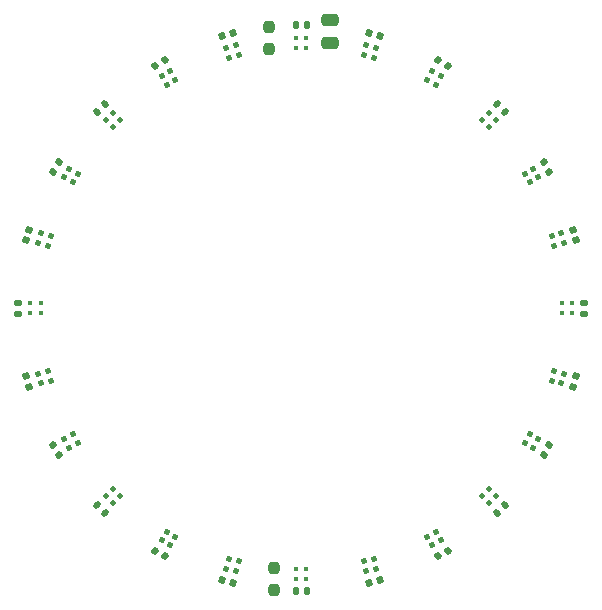
<source format=gtp>
G04 #@! TF.GenerationSoftware,KiCad,Pcbnew,7.0.2-6a45011f42~172~ubuntu22.04.1*
G04 #@! TF.CreationDate,2023-05-13T10:54:30-06:00*
G04 #@! TF.ProjectId,ring-50mm,72696e67-2d35-4306-9d6d-2e6b69636164,rev?*
G04 #@! TF.SameCoordinates,Original*
G04 #@! TF.FileFunction,Paste,Top*
G04 #@! TF.FilePolarity,Positive*
%FSLAX46Y46*%
G04 Gerber Fmt 4.6, Leading zero omitted, Abs format (unit mm)*
G04 Created by KiCad (PCBNEW 7.0.2-6a45011f42~172~ubuntu22.04.1) date 2023-05-13 10:54:30*
%MOMM*%
%LPD*%
G01*
G04 APERTURE LIST*
G04 Aperture macros list*
%AMRoundRect*
0 Rectangle with rounded corners*
0 $1 Rounding radius*
0 $2 $3 $4 $5 $6 $7 $8 $9 X,Y pos of 4 corners*
0 Add a 4 corners polygon primitive as box body*
4,1,4,$2,$3,$4,$5,$6,$7,$8,$9,$2,$3,0*
0 Add four circle primitives for the rounded corners*
1,1,$1+$1,$2,$3*
1,1,$1+$1,$4,$5*
1,1,$1+$1,$6,$7*
1,1,$1+$1,$8,$9*
0 Add four rect primitives between the rounded corners*
20,1,$1+$1,$2,$3,$4,$5,0*
20,1,$1+$1,$4,$5,$6,$7,0*
20,1,$1+$1,$6,$7,$8,$9,0*
20,1,$1+$1,$8,$9,$2,$3,0*%
%AMRotRect*
0 Rectangle, with rotation*
0 The origin of the aperture is its center*
0 $1 length*
0 $2 width*
0 $3 Rotation angle, in degrees counterclockwise*
0 Add horizontal line*
21,1,$1,$2,0,0,$3*%
G04 Aperture macros list end*
%ADD10RotRect,0.450000X0.450000X240.000000*%
%ADD11RoundRect,0.140000X0.219203X0.021213X0.021213X0.219203X-0.219203X-0.021213X-0.021213X-0.219203X0*%
%ADD12RoundRect,0.140000X-0.217224X0.036244X-0.077224X-0.206244X0.217224X-0.036244X0.077224X0.206244X0*%
%ADD13RotRect,0.450000X0.450000X75.000000*%
%ADD14RoundRect,0.140000X-0.140000X-0.170000X0.140000X-0.170000X0.140000X0.170000X-0.140000X0.170000X0*%
%ADD15RotRect,0.450000X0.450000X135.000000*%
%ADD16RotRect,0.450000X0.450000X225.000000*%
%ADD17RotRect,0.450000X0.450000X45.000000*%
%ADD18RotRect,0.450000X0.450000X210.000000*%
%ADD19RoundRect,0.140000X0.217224X-0.036244X0.077224X0.206244X-0.217224X0.036244X-0.077224X-0.206244X0*%
%ADD20RoundRect,0.250000X0.475000X-0.250000X0.475000X0.250000X-0.475000X0.250000X-0.475000X-0.250000X0*%
%ADD21RoundRect,0.140000X-0.077224X0.206244X-0.217224X-0.036244X0.077224X-0.206244X0.217224X0.036244X0*%
%ADD22RoundRect,0.140000X0.091230X0.200442X-0.179229X0.127973X-0.091230X-0.200442X0.179229X-0.127973X0*%
%ADD23RotRect,0.450000X0.450000X285.000000*%
%ADD24RoundRect,0.140000X0.179229X0.127973X-0.091230X0.200442X-0.179229X-0.127973X0.091230X-0.200442X0*%
%ADD25RotRect,0.450000X0.450000X60.000000*%
%ADD26RotRect,0.450000X0.450000X105.000000*%
%ADD27RoundRect,0.140000X-0.206244X-0.077224X0.036244X-0.217224X0.206244X0.077224X-0.036244X0.217224X0*%
%ADD28RoundRect,0.140000X0.077224X-0.206244X0.217224X0.036244X-0.077224X0.206244X-0.217224X-0.036244X0*%
%ADD29RotRect,0.450000X0.450000X30.000000*%
%ADD30RoundRect,0.140000X0.036244X0.217224X-0.206244X0.077224X-0.036244X-0.217224X0.206244X-0.077224X0*%
%ADD31RoundRect,0.140000X-0.036244X-0.217224X0.206244X-0.077224X0.036244X0.217224X-0.206244X0.077224X0*%
%ADD32RoundRect,0.237500X-0.237500X0.250000X-0.237500X-0.250000X0.237500X-0.250000X0.237500X0.250000X0*%
%ADD33RotRect,0.450000X0.450000X345.000000*%
%ADD34R,0.450000X0.450000*%
%ADD35RotRect,0.450000X0.450000X255.000000*%
%ADD36RoundRect,0.140000X0.140000X0.170000X-0.140000X0.170000X-0.140000X-0.170000X0.140000X-0.170000X0*%
%ADD37RoundRect,0.140000X-0.127973X0.179229X-0.200442X-0.091230X0.127973X-0.179229X0.200442X0.091230X0*%
%ADD38RotRect,0.450000X0.450000X195.000000*%
%ADD39RotRect,0.450000X0.450000X165.000000*%
%ADD40RoundRect,0.140000X-0.179229X-0.127973X0.091230X-0.200442X0.179229X0.127973X-0.091230X0.200442X0*%
%ADD41RoundRect,0.140000X-0.091230X-0.200442X0.179229X-0.127973X0.091230X0.200442X-0.179229X0.127973X0*%
%ADD42RotRect,0.450000X0.450000X300.000000*%
%ADD43RoundRect,0.140000X-0.219203X-0.021213X-0.021213X-0.219203X0.219203X0.021213X0.021213X0.219203X0*%
%ADD44RotRect,0.450000X0.450000X150.000000*%
%ADD45RoundRect,0.140000X-0.170000X0.140000X-0.170000X-0.140000X0.170000X-0.140000X0.170000X0.140000X0*%
%ADD46RoundRect,0.140000X0.021213X-0.219203X0.219203X-0.021213X-0.021213X0.219203X-0.219203X0.021213X0*%
%ADD47RoundRect,0.140000X-0.200442X0.091230X-0.127973X-0.179229X0.200442X-0.091230X0.127973X0.179229X0*%
%ADD48RotRect,0.450000X0.450000X315.000000*%
%ADD49RoundRect,0.140000X0.127973X-0.179229X0.200442X0.091230X-0.127973X0.179229X-0.200442X-0.091230X0*%
%ADD50RoundRect,0.140000X-0.021213X0.219203X-0.219203X0.021213X0.021213X-0.219203X0.219203X-0.021213X0*%
%ADD51RoundRect,0.140000X0.206244X0.077224X-0.036244X0.217224X-0.206244X-0.077224X0.036244X-0.217224X0*%
%ADD52RotRect,0.450000X0.450000X330.000000*%
%ADD53RoundRect,0.140000X0.170000X-0.140000X0.170000X0.140000X-0.170000X0.140000X-0.170000X-0.140000X0*%
%ADD54RotRect,0.450000X0.450000X15.000000*%
%ADD55RotRect,0.450000X0.450000X120.000000*%
%ADD56RoundRect,0.140000X0.200442X-0.091230X0.127973X0.179229X-0.200442X0.091230X-0.127973X-0.179229X0*%
G04 APERTURE END LIST*
D10*
G04 #@! TO.C,D21*
X132519989Y-81069439D03*
X132094989Y-81805561D03*
X131783867Y-80644439D03*
X131358867Y-81380561D03*
G04 #@! TD*
D11*
G04 #@! TO.C,C16*
X134806525Y-109767296D03*
X134127703Y-109088474D03*
G04 #@! TD*
D12*
G04 #@! TO.C,C5*
X171942959Y-80071808D03*
X172422959Y-80903192D03*
G04 #@! TD*
D13*
G04 #@! TO.C,D8*
X172637814Y-98598948D03*
X172857811Y-97777911D03*
X173458851Y-98818945D03*
X173678848Y-97997908D03*
G04 #@! TD*
D14*
G04 #@! TO.C,C1*
X150940000Y-68500000D03*
X151900000Y-68500000D03*
G04 #@! TD*
D15*
G04 #@! TO.C,D4*
X167334902Y-77166138D03*
X166733861Y-76565097D03*
X167935943Y-76565097D03*
X167334902Y-75964056D03*
G04 #@! TD*
D16*
G04 #@! TO.C,D22*
X136116138Y-76565097D03*
X135515097Y-77166138D03*
X135515097Y-75964056D03*
X134914056Y-76565097D03*
G04 #@! TD*
D17*
G04 #@! TO.C,D10*
X166733861Y-108384902D03*
X167334902Y-107783861D03*
X167334902Y-108985943D03*
X167935943Y-108384902D03*
G04 #@! TD*
D18*
G04 #@! TO.C,D23*
X140755561Y-73144989D03*
X140019439Y-73569989D03*
X140330561Y-72408867D03*
X139594439Y-72833867D03*
G04 #@! TD*
D19*
G04 #@! TO.C,C17*
X130897040Y-104878192D03*
X130417040Y-104046808D03*
G04 #@! TD*
D20*
G04 #@! TO.C,C25*
X153900000Y-70000000D03*
X153900000Y-68100000D03*
G04 #@! TD*
D21*
G04 #@! TO.C,C9*
X172422959Y-104046808D03*
X171942959Y-104878192D03*
G04 #@! TD*
D22*
G04 #@! TO.C,C12*
X158088830Y-115508838D03*
X157161542Y-115757304D03*
G04 #@! TD*
D23*
G04 #@! TO.C,D18*
X129992188Y-97777911D03*
X130212185Y-98598948D03*
X129171151Y-97997908D03*
X129391148Y-98818945D03*
G04 #@! TD*
D24*
G04 #@! TO.C,C14*
X145678457Y-115757304D03*
X144751169Y-115508838D03*
G04 #@! TD*
D25*
G04 #@! TO.C,D9*
X170330010Y-103880561D03*
X170755010Y-103144439D03*
X171066132Y-104305561D03*
X171491132Y-103569439D03*
G04 #@! TD*
D26*
G04 #@! TO.C,D6*
X172857811Y-87172088D03*
X172637814Y-86351051D03*
X173678848Y-86952091D03*
X173458851Y-86131054D03*
G04 #@! TD*
D27*
G04 #@! TO.C,C3*
X162991808Y-71472040D03*
X163823192Y-71952040D03*
G04 #@! TD*
D28*
G04 #@! TO.C,C21*
X130417040Y-80903192D03*
X130897040Y-80071808D03*
G04 #@! TD*
D29*
G04 #@! TO.C,D11*
X162094439Y-111805010D03*
X162830561Y-111380010D03*
X162519439Y-112541132D03*
X163255561Y-112116132D03*
G04 #@! TD*
D30*
G04 #@! TO.C,C11*
X163823192Y-112997959D03*
X162991808Y-113477959D03*
G04 #@! TD*
D31*
G04 #@! TO.C,C23*
X139016808Y-71952040D03*
X139848192Y-71472040D03*
G04 #@! TD*
D32*
G04 #@! TO.C,R2*
X149100000Y-114475000D03*
X149100000Y-116300000D03*
G04 #@! TD*
D33*
G04 #@! TO.C,D14*
X145301051Y-113687814D03*
X146122088Y-113907811D03*
X145081054Y-114508851D03*
X145902091Y-114728848D03*
G04 #@! TD*
D34*
G04 #@! TO.C,D1*
X151850000Y-70400000D03*
X151000000Y-70400000D03*
X151850000Y-69550000D03*
X151000000Y-69550000D03*
G04 #@! TD*
D35*
G04 #@! TO.C,D20*
X130212185Y-86351051D03*
X129992188Y-87172088D03*
X129391148Y-86131054D03*
X129171151Y-86952091D03*
G04 #@! TD*
D36*
G04 #@! TO.C,C13*
X151900000Y-116450000D03*
X150940000Y-116450000D03*
G04 #@! TD*
D37*
G04 #@! TO.C,C8*
X174702304Y-98216542D03*
X174453838Y-99143830D03*
G04 #@! TD*
D38*
G04 #@! TO.C,D24*
X146122088Y-71042188D03*
X145301051Y-71262185D03*
X145902091Y-70221151D03*
X145081054Y-70441148D03*
G04 #@! TD*
D39*
G04 #@! TO.C,D2*
X157548948Y-71262185D03*
X156727911Y-71042188D03*
X157768945Y-70441148D03*
X156947908Y-70221151D03*
G04 #@! TD*
D40*
G04 #@! TO.C,C2*
X157161542Y-69192695D03*
X158088830Y-69441161D03*
G04 #@! TD*
D41*
G04 #@! TO.C,C24*
X144751169Y-69441161D03*
X145678457Y-69192695D03*
G04 #@! TD*
D42*
G04 #@! TO.C,D17*
X132094989Y-103144439D03*
X132519989Y-103880561D03*
X131358867Y-103569439D03*
X131783867Y-104305561D03*
G04 #@! TD*
D43*
G04 #@! TO.C,C4*
X168033474Y-75182703D03*
X168712296Y-75861525D03*
G04 #@! TD*
D44*
G04 #@! TO.C,D3*
X162830561Y-73569989D03*
X162094439Y-73144989D03*
X163255561Y-72833867D03*
X162519439Y-72408867D03*
G04 #@! TD*
D34*
G04 #@! TO.C,D19*
X129350000Y-92050000D03*
X129350000Y-92900000D03*
X128500000Y-92050000D03*
X128500000Y-92900000D03*
G04 #@! TD*
D45*
G04 #@! TO.C,C7*
X175395000Y-91995000D03*
X175395000Y-92955000D03*
G04 #@! TD*
D46*
G04 #@! TO.C,C22*
X134127703Y-75861525D03*
X134806525Y-75182703D03*
G04 #@! TD*
D47*
G04 #@! TO.C,C6*
X174453838Y-85806169D03*
X174702304Y-86733457D03*
G04 #@! TD*
D32*
G04 #@! TO.C,R1*
X148700000Y-68675000D03*
X148700000Y-70500000D03*
G04 #@! TD*
D34*
G04 #@! TO.C,D13*
X151000000Y-114550000D03*
X151850000Y-114550000D03*
X151000000Y-115400000D03*
X151850000Y-115400000D03*
G04 #@! TD*
D48*
G04 #@! TO.C,D16*
X135515097Y-107783861D03*
X136116138Y-108384902D03*
X134914056Y-108384902D03*
X135515097Y-108985943D03*
G04 #@! TD*
D49*
G04 #@! TO.C,C20*
X128137695Y-86733457D03*
X128386161Y-85806169D03*
G04 #@! TD*
D50*
G04 #@! TO.C,C10*
X168712296Y-109088474D03*
X168033474Y-109767296D03*
G04 #@! TD*
D34*
G04 #@! TO.C,D7*
X173500000Y-92900000D03*
X173500000Y-92050000D03*
X174350000Y-92900000D03*
X174350000Y-92050000D03*
G04 #@! TD*
D51*
G04 #@! TO.C,C15*
X139848192Y-113477959D03*
X139016808Y-112997959D03*
G04 #@! TD*
D52*
G04 #@! TO.C,D15*
X140019439Y-111380010D03*
X140755561Y-111805010D03*
X139594439Y-112116132D03*
X140330561Y-112541132D03*
G04 #@! TD*
D53*
G04 #@! TO.C,C19*
X127445000Y-92955000D03*
X127445000Y-91995000D03*
G04 #@! TD*
D54*
G04 #@! TO.C,D12*
X156727911Y-113907811D03*
X157548948Y-113687814D03*
X156947908Y-114728848D03*
X157768945Y-114508851D03*
G04 #@! TD*
D55*
G04 #@! TO.C,D5*
X170755010Y-81805561D03*
X170330010Y-81069439D03*
X171491132Y-81380561D03*
X171066132Y-80644439D03*
G04 #@! TD*
D56*
G04 #@! TO.C,C18*
X128386161Y-99143830D03*
X128137695Y-98216542D03*
G04 #@! TD*
M02*

</source>
